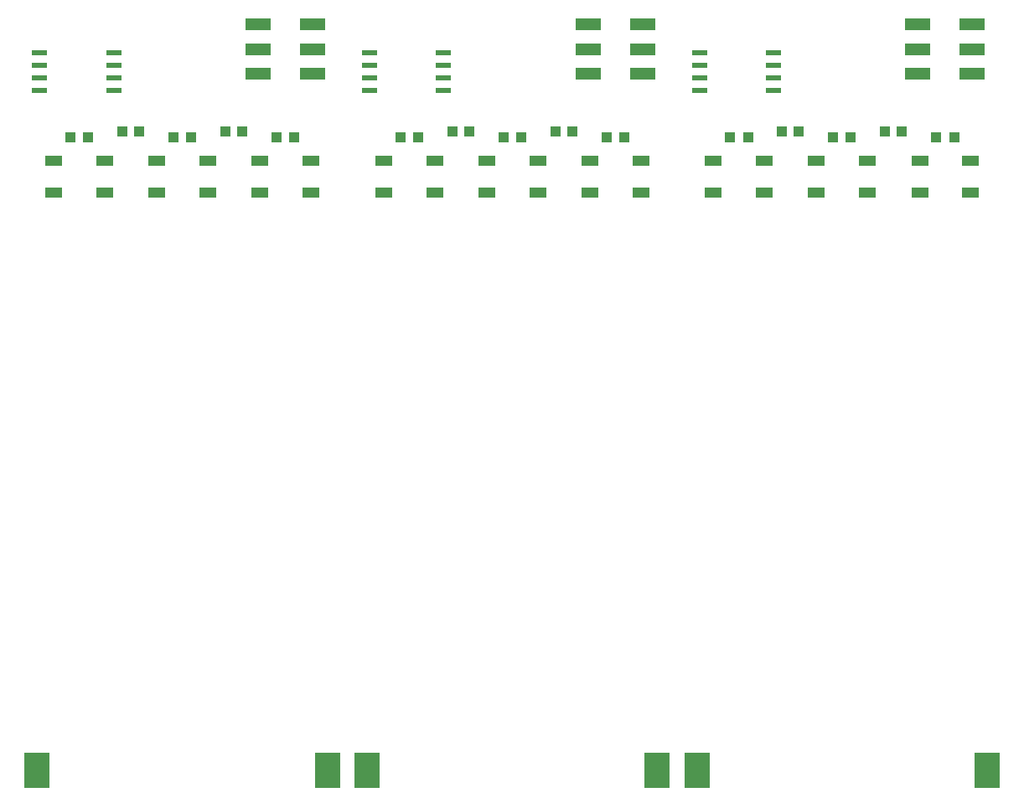
<source format=gbr>
G04 EAGLE Gerber RS-274X export*
G75*
%MOMM*%
%FSLAX34Y34*%
%LPD*%
%INSolderpaste Top*%
%IPPOS*%
%AMOC8*
5,1,8,0,0,1.08239X$1,22.5*%
G01*
%ADD10R,1.500000X0.600000*%
%ADD11R,2.500000X1.200000*%
%ADD12R,1.651000X1.000000*%
%ADD13R,1.000000X1.000000*%
%ADD14R,1.100000X1.000000*%
%ADD15R,2.600000X3.650000*%


D10*
X22420Y850829D03*
X22420Y838129D03*
X22420Y825429D03*
X22420Y812729D03*
X97420Y812729D03*
X97420Y825429D03*
X97420Y838129D03*
X97420Y850829D03*
D11*
X298360Y854440D03*
X298360Y829440D03*
X298360Y879440D03*
X243360Y854440D03*
X243360Y829440D03*
X243360Y879440D03*
D12*
X88280Y709730D03*
X36740Y709730D03*
X36740Y741730D03*
X88280Y741730D03*
D13*
X53510Y765730D03*
X71510Y765730D03*
D12*
X192380Y709730D03*
X140840Y709730D03*
X140840Y741730D03*
X192380Y741730D03*
D13*
X157610Y765730D03*
X175610Y765730D03*
D12*
X296630Y709730D03*
X245090Y709730D03*
X245090Y741730D03*
X296630Y741730D03*
D13*
X261860Y765730D03*
X279860Y765730D03*
D14*
X106060Y771080D03*
X123060Y771080D03*
X210260Y771080D03*
X227260Y771080D03*
D15*
X20160Y125040D03*
X313160Y125040D03*
D10*
X355750Y850829D03*
X355750Y838129D03*
X355750Y825429D03*
X355750Y812729D03*
X430750Y812729D03*
X430750Y825429D03*
X430750Y838129D03*
X430750Y850829D03*
D11*
X631690Y854440D03*
X631690Y829440D03*
X631690Y879440D03*
X576690Y854440D03*
X576690Y829440D03*
X576690Y879440D03*
D12*
X421610Y709730D03*
X370070Y709730D03*
X370070Y741730D03*
X421610Y741730D03*
D13*
X386840Y765730D03*
X404840Y765730D03*
D12*
X525710Y709730D03*
X474170Y709730D03*
X474170Y741730D03*
X525710Y741730D03*
D13*
X490940Y765730D03*
X508940Y765730D03*
D12*
X629960Y709730D03*
X578420Y709730D03*
X578420Y741730D03*
X629960Y741730D03*
D13*
X595190Y765730D03*
X613190Y765730D03*
D14*
X439390Y771080D03*
X456390Y771080D03*
X543590Y771080D03*
X560590Y771080D03*
D15*
X353490Y125040D03*
X646490Y125040D03*
D10*
X689080Y850829D03*
X689080Y838129D03*
X689080Y825429D03*
X689080Y812729D03*
X764080Y812729D03*
X764080Y825429D03*
X764080Y838129D03*
X764080Y850829D03*
D11*
X965020Y854440D03*
X965020Y829440D03*
X965020Y879440D03*
X910020Y854440D03*
X910020Y829440D03*
X910020Y879440D03*
D12*
X754940Y709730D03*
X703400Y709730D03*
X703400Y741730D03*
X754940Y741730D03*
D13*
X720170Y765730D03*
X738170Y765730D03*
D12*
X859040Y709730D03*
X807500Y709730D03*
X807500Y741730D03*
X859040Y741730D03*
D13*
X824270Y765730D03*
X842270Y765730D03*
D12*
X963290Y709730D03*
X911750Y709730D03*
X911750Y741730D03*
X963290Y741730D03*
D13*
X928520Y765730D03*
X946520Y765730D03*
D14*
X772720Y771080D03*
X789720Y771080D03*
X876920Y771080D03*
X893920Y771080D03*
D15*
X686820Y125040D03*
X979820Y125040D03*
M02*

</source>
